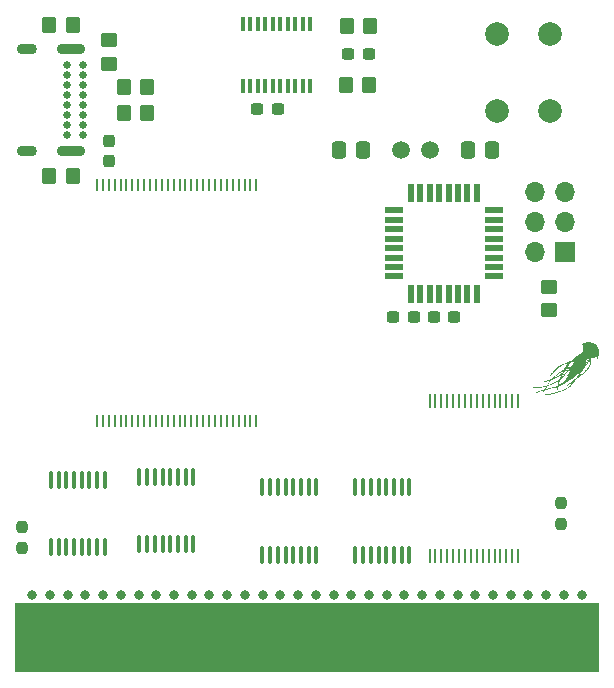
<source format=gbr>
%TF.GenerationSoftware,KiCad,Pcbnew,7.0.7*%
%TF.CreationDate,2023-11-15T05:14:33-06:00*%
%TF.ProjectId,GBA_Cartridge,4742415f-4361-4727-9472-696467652e6b,rev?*%
%TF.SameCoordinates,Original*%
%TF.FileFunction,Soldermask,Top*%
%TF.FilePolarity,Negative*%
%FSLAX46Y46*%
G04 Gerber Fmt 4.6, Leading zero omitted, Abs format (unit mm)*
G04 Created by KiCad (PCBNEW 7.0.7) date 2023-11-15 05:14:33*
%MOMM*%
%LPD*%
G01*
G04 APERTURE LIST*
G04 Aperture macros list*
%AMRoundRect*
0 Rectangle with rounded corners*
0 $1 Rounding radius*
0 $2 $3 $4 $5 $6 $7 $8 $9 X,Y pos of 4 corners*
0 Add a 4 corners polygon primitive as box body*
4,1,4,$2,$3,$4,$5,$6,$7,$8,$9,$2,$3,0*
0 Add four circle primitives for the rounded corners*
1,1,$1+$1,$2,$3*
1,1,$1+$1,$4,$5*
1,1,$1+$1,$6,$7*
1,1,$1+$1,$8,$9*
0 Add four rect primitives between the rounded corners*
20,1,$1+$1,$2,$3,$4,$5,0*
20,1,$1+$1,$4,$5,$6,$7,0*
20,1,$1+$1,$6,$7,$8,$9,0*
20,1,$1+$1,$8,$9,$2,$3,0*%
G04 Aperture macros list end*
%ADD10C,0.800000*%
%ADD11RoundRect,0.237500X-0.300000X-0.237500X0.300000X-0.237500X0.300000X0.237500X-0.300000X0.237500X0*%
%ADD12RoundRect,0.250000X0.350000X0.450000X-0.350000X0.450000X-0.350000X-0.450000X0.350000X-0.450000X0*%
%ADD13R,0.400000X1.200000*%
%ADD14RoundRect,0.250000X-0.450000X0.350000X-0.450000X-0.350000X0.450000X-0.350000X0.450000X0.350000X0*%
%ADD15R,0.250000X1.100000*%
%ADD16RoundRect,0.250000X0.337500X0.475000X-0.337500X0.475000X-0.337500X-0.475000X0.337500X-0.475000X0*%
%ADD17RoundRect,0.100000X0.100000X-0.637500X0.100000X0.637500X-0.100000X0.637500X-0.100000X-0.637500X0*%
%ADD18RoundRect,0.250000X-0.350000X-0.450000X0.350000X-0.450000X0.350000X0.450000X-0.350000X0.450000X0*%
%ADD19RoundRect,0.250000X0.450000X-0.350000X0.450000X0.350000X-0.450000X0.350000X-0.450000X-0.350000X0*%
%ADD20RoundRect,0.250000X-0.337500X-0.475000X0.337500X-0.475000X0.337500X0.475000X-0.337500X0.475000X0*%
%ADD21R,0.550000X1.600000*%
%ADD22R,1.600000X0.550000*%
%ADD23RoundRect,0.237500X0.237500X-0.250000X0.237500X0.250000X-0.237500X0.250000X-0.237500X-0.250000X0*%
%ADD24C,0.650000*%
%ADD25O,2.400000X0.900000*%
%ADD26O,1.700000X0.900000*%
%ADD27C,2.000000*%
%ADD28RoundRect,0.237500X0.300000X0.237500X-0.300000X0.237500X-0.300000X-0.237500X0.300000X-0.237500X0*%
%ADD29R,0.228600X1.193800*%
%ADD30RoundRect,0.237500X-0.237500X0.300000X-0.237500X-0.300000X0.237500X-0.300000X0.237500X0.300000X0*%
%ADD31C,1.500000*%
%ADD32R,1.700000X1.700000*%
%ADD33O,1.700000X1.700000*%
G04 APERTURE END LIST*
%TO.C,J1*%
G36*
X4240000Y-29730000D02*
G01*
X3240000Y-29730000D01*
X3240000Y-25030000D01*
X4240000Y-25030000D01*
X4240000Y-29730000D01*
G37*
G36*
X5740000Y-29730000D02*
G01*
X4740000Y-29730000D01*
X4740000Y-25030000D01*
X5740000Y-25030000D01*
X5740000Y-29730000D01*
G37*
G36*
X7240000Y-29730000D02*
G01*
X6240000Y-29730000D01*
X6240000Y-25030000D01*
X7240000Y-25030000D01*
X7240000Y-29730000D01*
G37*
G36*
X8740000Y-29730000D02*
G01*
X7740000Y-29730000D01*
X7740000Y-25030000D01*
X8740000Y-25030000D01*
X8740000Y-29730000D01*
G37*
G36*
X10240000Y-29730000D02*
G01*
X9240000Y-29730000D01*
X9240000Y-25030000D01*
X10240000Y-25030000D01*
X10240000Y-29730000D01*
G37*
G36*
X11740000Y-29730000D02*
G01*
X10740000Y-29730000D01*
X10740000Y-25030000D01*
X11740000Y-25030000D01*
X11740000Y-29730000D01*
G37*
G36*
X13240000Y-29730000D02*
G01*
X12240000Y-29730000D01*
X12240000Y-25030000D01*
X13240000Y-25030000D01*
X13240000Y-29730000D01*
G37*
G36*
X14740000Y-29730000D02*
G01*
X13740000Y-29730000D01*
X13740000Y-25030000D01*
X14740000Y-25030000D01*
X14740000Y-29730000D01*
G37*
G36*
X16240000Y-29730000D02*
G01*
X15240000Y-29730000D01*
X15240000Y-25030000D01*
X16240000Y-25030000D01*
X16240000Y-29730000D01*
G37*
G36*
X17740000Y-29730000D02*
G01*
X16740000Y-29730000D01*
X16740000Y-25030000D01*
X17740000Y-25030000D01*
X17740000Y-29730000D01*
G37*
G36*
X19240000Y-29730000D02*
G01*
X18240000Y-29730000D01*
X18240000Y-25030000D01*
X19240000Y-25030000D01*
X19240000Y-29730000D01*
G37*
G36*
X20740000Y-29730000D02*
G01*
X19740000Y-29730000D01*
X19740000Y-25030000D01*
X20740000Y-25030000D01*
X20740000Y-29730000D01*
G37*
G36*
X22240000Y-29730000D02*
G01*
X21240000Y-29730000D01*
X21240000Y-25030000D01*
X22240000Y-25030000D01*
X22240000Y-29730000D01*
G37*
G36*
X23740000Y-29730000D02*
G01*
X22740000Y-29730000D01*
X22740000Y-25030000D01*
X23740000Y-25030000D01*
X23740000Y-29730000D01*
G37*
G36*
X25240000Y-29730000D02*
G01*
X24240000Y-29730000D01*
X24240000Y-25030000D01*
X25240000Y-25030000D01*
X25240000Y-29730000D01*
G37*
G36*
X26740000Y-29730000D02*
G01*
X25740000Y-29730000D01*
X25740000Y-25030000D01*
X26740000Y-25030000D01*
X26740000Y-29730000D01*
G37*
G36*
X28240000Y-29730000D02*
G01*
X27240000Y-29730000D01*
X27240000Y-25030000D01*
X28240000Y-25030000D01*
X28240000Y-29730000D01*
G37*
G36*
X29740000Y-29730000D02*
G01*
X28740000Y-29730000D01*
X28740000Y-25030000D01*
X29740000Y-25030000D01*
X29740000Y-29730000D01*
G37*
G36*
X31240000Y-29730000D02*
G01*
X30240000Y-29730000D01*
X30240000Y-25030000D01*
X31240000Y-25030000D01*
X31240000Y-29730000D01*
G37*
G36*
X32740000Y-29730000D02*
G01*
X31740000Y-29730000D01*
X31740000Y-25030000D01*
X32740000Y-25030000D01*
X32740000Y-29730000D01*
G37*
G36*
X34240000Y-29730000D02*
G01*
X33240000Y-29730000D01*
X33240000Y-25030000D01*
X34240000Y-25030000D01*
X34240000Y-29730000D01*
G37*
G36*
X35740000Y-29730000D02*
G01*
X34740000Y-29730000D01*
X34740000Y-25030000D01*
X35740000Y-25030000D01*
X35740000Y-29730000D01*
G37*
G36*
X37240000Y-29730000D02*
G01*
X36240000Y-29730000D01*
X36240000Y-25030000D01*
X37240000Y-25030000D01*
X37240000Y-29730000D01*
G37*
G36*
X38740000Y-29730000D02*
G01*
X37740000Y-29730000D01*
X37740000Y-25030000D01*
X38740000Y-25030000D01*
X38740000Y-29730000D01*
G37*
G36*
X40240000Y-29730000D02*
G01*
X39240000Y-29730000D01*
X39240000Y-25030000D01*
X40240000Y-25030000D01*
X40240000Y-29730000D01*
G37*
G36*
X41740000Y-29730000D02*
G01*
X40740000Y-29730000D01*
X40740000Y-25030000D01*
X41740000Y-25030000D01*
X41740000Y-29730000D01*
G37*
G36*
X43240000Y-29730000D02*
G01*
X42240000Y-29730000D01*
X42240000Y-25030000D01*
X43240000Y-25030000D01*
X43240000Y-29730000D01*
G37*
G36*
X44740000Y-29730000D02*
G01*
X43740000Y-29730000D01*
X43740000Y-25030000D01*
X44740000Y-25030000D01*
X44740000Y-29730000D01*
G37*
G36*
X46240000Y-29730000D02*
G01*
X45240000Y-29730000D01*
X45240000Y-25030000D01*
X46240000Y-25030000D01*
X46240000Y-29730000D01*
G37*
G36*
X47740000Y-28230000D02*
G01*
X46740000Y-28230000D01*
X46740000Y-25030000D01*
X47740000Y-25030000D01*
X47740000Y-28230000D01*
G37*
G36*
X50228640Y-30800000D02*
G01*
X741360Y-30800000D01*
X741360Y-25030000D01*
X50228640Y-25030000D01*
X50228640Y-30800000D01*
G37*
G36*
X2740000Y-30030000D02*
G01*
X1740000Y-30030000D01*
X1240000Y-29530000D01*
X1240000Y-25030000D01*
X2740000Y-25030000D01*
X2740000Y-30030000D01*
G37*
G36*
X49740000Y-29530000D02*
G01*
X49240000Y-30030000D01*
X48240000Y-30030000D01*
X48240000Y-25030000D01*
X49740000Y-25030000D01*
X49740000Y-29530000D01*
G37*
%TO.C,COS1*%
G36*
X49338179Y-4318957D02*
G01*
X49337413Y-4327378D01*
X49319704Y-4348575D01*
X49312936Y-4351855D01*
X49299931Y-4348037D01*
X49300697Y-4339616D01*
X49318406Y-4318419D01*
X49325174Y-4315139D01*
X49338179Y-4318957D01*
G37*
G36*
X49209164Y-4526653D02*
G01*
X49207354Y-4541584D01*
X49195838Y-4556620D01*
X49170813Y-4576264D01*
X49159011Y-4572477D01*
X49158207Y-4565992D01*
X49167316Y-4547900D01*
X49186882Y-4531195D01*
X49205267Y-4524862D01*
X49209164Y-4526653D01*
G37*
G36*
X49268167Y-4459710D02*
G01*
X49263809Y-4479113D01*
X49253317Y-4491548D01*
X49230727Y-4506915D01*
X49217922Y-4503243D01*
X49219651Y-4486208D01*
X49227057Y-4463911D01*
X49228141Y-4458234D01*
X49239560Y-4453032D01*
X49249121Y-4452385D01*
X49268167Y-4459710D01*
G37*
G36*
X49155987Y-4596070D02*
G01*
X49158207Y-4605269D01*
X49150369Y-4628521D01*
X49131333Y-4660538D01*
X49107812Y-4691948D01*
X49086521Y-4713377D01*
X49077783Y-4717542D01*
X49063616Y-4706392D01*
X49060300Y-4690160D01*
X49066281Y-4667434D01*
X49074586Y-4662186D01*
X49090264Y-4650844D01*
X49104805Y-4627220D01*
X49122009Y-4603525D01*
X49141897Y-4591980D01*
X49155987Y-4596070D01*
G37*
G36*
X49368292Y-2925064D02*
G01*
X49461933Y-2926188D01*
X49534475Y-2928949D01*
X49592793Y-2934828D01*
X49643761Y-2945307D01*
X49694255Y-2961867D01*
X49751147Y-2985989D01*
X49821314Y-3019156D01*
X49834496Y-3025529D01*
X49937682Y-3085211D01*
X50019224Y-3155877D01*
X50084970Y-3243335D01*
X50121213Y-3310295D01*
X50146498Y-3366116D01*
X50165099Y-3417502D01*
X50177985Y-3470407D01*
X50186125Y-3530787D01*
X50190486Y-3604595D01*
X50192038Y-3697787D01*
X50192081Y-3746052D01*
X50191140Y-3842332D01*
X50187869Y-3918973D01*
X50180923Y-3984291D01*
X50168952Y-4046602D01*
X50150610Y-4114224D01*
X50124549Y-4195474D01*
X50114371Y-4225675D01*
X50097615Y-4269089D01*
X50082627Y-4290702D01*
X50065178Y-4296037D01*
X50060824Y-4295609D01*
X50043168Y-4288093D01*
X50032673Y-4267340D01*
X50026168Y-4226470D01*
X50025388Y-4218671D01*
X50018394Y-4145804D01*
X49941467Y-4185166D01*
X49905569Y-4202677D01*
X49875310Y-4213694D01*
X49842961Y-4219330D01*
X49800796Y-4220700D01*
X49741087Y-4218917D01*
X49715151Y-4217779D01*
X49565763Y-4211029D01*
X49557788Y-4258276D01*
X49541707Y-4359568D01*
X49531055Y-4443803D01*
X49524886Y-4521160D01*
X49522253Y-4601820D01*
X49521969Y-4643878D01*
X49520901Y-4707222D01*
X49518083Y-4759682D01*
X49513962Y-4795298D01*
X49509683Y-4807931D01*
X49498626Y-4825763D01*
X49488946Y-4858252D01*
X49488826Y-4858845D01*
X49473248Y-4902516D01*
X49452052Y-4937949D01*
X49432381Y-4968111D01*
X49423961Y-4991246D01*
X49423956Y-4991583D01*
X49414456Y-5010557D01*
X49390034Y-5040203D01*
X49368203Y-5062328D01*
X49333404Y-5100703D01*
X49306560Y-5139911D01*
X49298208Y-5157919D01*
X49282599Y-5184995D01*
X49251351Y-5225238D01*
X49209313Y-5272765D01*
X49170842Y-5312406D01*
X49124185Y-5359461D01*
X49084407Y-5401386D01*
X49056168Y-5433159D01*
X49044744Y-5448379D01*
X49029466Y-5465687D01*
X48996845Y-5495904D01*
X48951089Y-5535634D01*
X48896405Y-5581481D01*
X48837002Y-5630050D01*
X48777088Y-5677945D01*
X48720871Y-5721770D01*
X48672559Y-5758129D01*
X48636360Y-5783627D01*
X48616483Y-5794867D01*
X48615056Y-5795116D01*
X48599381Y-5804402D01*
X48573347Y-5827685D01*
X48562889Y-5838325D01*
X48525519Y-5872071D01*
X48486252Y-5899673D01*
X48479848Y-5903205D01*
X48440058Y-5927535D01*
X48398767Y-5958087D01*
X48394794Y-5961400D01*
X48356387Y-5993447D01*
X48319836Y-6023194D01*
X48316440Y-6025898D01*
X48292832Y-6049253D01*
X48258648Y-6088783D01*
X48219493Y-6137847D01*
X48198406Y-6165766D01*
X48158739Y-6218296D01*
X48121186Y-6266137D01*
X48091417Y-6302143D01*
X48080944Y-6313768D01*
X48052674Y-6345901D01*
X48017954Y-6388972D01*
X47997304Y-6416148D01*
X47946161Y-6480650D01*
X47887140Y-6547422D01*
X47823984Y-6613006D01*
X47760436Y-6673941D01*
X47700239Y-6726768D01*
X47647137Y-6768027D01*
X47604871Y-6794258D01*
X47579657Y-6802164D01*
X47564133Y-6808876D01*
X47529058Y-6827358D01*
X47478952Y-6855129D01*
X47418336Y-6889709D01*
X47387611Y-6907544D01*
X47319834Y-6946079D01*
X47256571Y-6980194D01*
X47203582Y-7006913D01*
X47166627Y-7023262D01*
X47158097Y-7026106D01*
X47122139Y-7035332D01*
X47068480Y-7048562D01*
X47006660Y-7063457D01*
X46983262Y-7069007D01*
X46921918Y-7084490D01*
X46866314Y-7100289D01*
X46825471Y-7113775D01*
X46815421Y-7117873D01*
X46739624Y-7148712D01*
X46642250Y-7182633D01*
X46529295Y-7218003D01*
X46406756Y-7253189D01*
X46280628Y-7286558D01*
X46156908Y-7316475D01*
X46041593Y-7341308D01*
X45940677Y-7359422D01*
X45914957Y-7363186D01*
X45843524Y-7373708D01*
X45763341Y-7386611D01*
X45699691Y-7397685D01*
X45635291Y-7409087D01*
X45592866Y-7415274D01*
X45566979Y-7416616D01*
X45552195Y-7413485D01*
X45544955Y-7408258D01*
X45536973Y-7388610D01*
X45536678Y-7363376D01*
X45543788Y-7347373D01*
X45546120Y-7346579D01*
X45568004Y-7342607D01*
X45577590Y-7340409D01*
X45630717Y-7329336D01*
X45698395Y-7317786D01*
X45771542Y-7307032D01*
X45841074Y-7298350D01*
X45897908Y-7293015D01*
X45922895Y-7291946D01*
X46000953Y-7285469D01*
X46097268Y-7267366D01*
X46205301Y-7238953D01*
X46241963Y-7227681D01*
X46290387Y-7212648D01*
X46353011Y-7193721D01*
X46417149Y-7174730D01*
X46423791Y-7172790D01*
X46488541Y-7153089D01*
X46566565Y-7128145D01*
X46644810Y-7102166D01*
X46675553Y-7091628D01*
X46743730Y-7069018D01*
X46811561Y-7048296D01*
X46868889Y-7032490D01*
X46892348Y-7026972D01*
X46997952Y-7000074D01*
X47104770Y-6964464D01*
X47202222Y-6923977D01*
X47262998Y-6892603D01*
X47323512Y-6859024D01*
X47390840Y-6823926D01*
X47432860Y-6803296D01*
X47492810Y-6771685D01*
X47558409Y-6731658D01*
X47625347Y-6686504D01*
X47689317Y-6639512D01*
X47746009Y-6593972D01*
X47791114Y-6553171D01*
X47820325Y-6520399D01*
X47829463Y-6500557D01*
X47840531Y-6479438D01*
X47857436Y-6466482D01*
X47879657Y-6447604D01*
X47885410Y-6433798D01*
X47894669Y-6416219D01*
X47919305Y-6384988D01*
X47954606Y-6345917D01*
X47967210Y-6332886D01*
X48007810Y-6289750D01*
X48042137Y-6249953D01*
X48064034Y-6220718D01*
X48066736Y-6216111D01*
X48084462Y-6182536D01*
X48043138Y-6211962D01*
X48009805Y-6238151D01*
X47984808Y-6261914D01*
X47983645Y-6263278D01*
X47958921Y-6283983D01*
X47922739Y-6305398D01*
X47918500Y-6307462D01*
X47880887Y-6330037D01*
X47836402Y-6363227D01*
X47812036Y-6384131D01*
X47777268Y-6413711D01*
X47749444Y-6433461D01*
X47737688Y-6438508D01*
X47720427Y-6448812D01*
X47696576Y-6474289D01*
X47691188Y-6481305D01*
X47656424Y-6518905D01*
X47616253Y-6550492D01*
X47615127Y-6551186D01*
X47577261Y-6568986D01*
X47541354Y-6577593D01*
X47515588Y-6575887D01*
X47507767Y-6565877D01*
X47517888Y-6547310D01*
X47545003Y-6515892D01*
X47584243Y-6476219D01*
X47630734Y-6432887D01*
X47679607Y-6390492D01*
X47725989Y-6353629D01*
X47753061Y-6334438D01*
X47810619Y-6294091D01*
X47872872Y-6246986D01*
X47913435Y-6214090D01*
X47956303Y-6180023D01*
X47995117Y-6153063D01*
X48021571Y-6138970D01*
X48021832Y-6138886D01*
X48046184Y-6126711D01*
X48053251Y-6116896D01*
X48064464Y-6104196D01*
X48093655Y-6083145D01*
X48128690Y-6061717D01*
X48217275Y-6000781D01*
X48281799Y-5931989D01*
X48321727Y-5861553D01*
X48337206Y-5829534D01*
X48439873Y-5829534D01*
X48442957Y-5834045D01*
X48465563Y-5821500D01*
X48489717Y-5805312D01*
X48532816Y-5772728D01*
X48574685Y-5736894D01*
X48576911Y-5734813D01*
X48606641Y-5709499D01*
X48651754Y-5674212D01*
X48704603Y-5634858D01*
X48730524Y-5616220D01*
X48773040Y-5583322D01*
X48825925Y-5538255D01*
X48885773Y-5484371D01*
X48949183Y-5425023D01*
X49012750Y-5363564D01*
X49073070Y-5303346D01*
X49126740Y-5247722D01*
X49170357Y-5200045D01*
X49200516Y-5163667D01*
X49213814Y-5141941D01*
X49214154Y-5139831D01*
X49223000Y-5123588D01*
X49245932Y-5094308D01*
X49270919Y-5066074D01*
X49307488Y-5022902D01*
X49339644Y-4978645D01*
X49353366Y-4955909D01*
X49387236Y-4891342D01*
X49411589Y-4842555D01*
X49428196Y-4802640D01*
X49438832Y-4764691D01*
X49445268Y-4721800D01*
X49449277Y-4667062D01*
X49452633Y-4593570D01*
X49453888Y-4564279D01*
X49457725Y-4487234D01*
X49462063Y-4418475D01*
X49466478Y-4363608D01*
X49470549Y-4328235D01*
X49472355Y-4319510D01*
X49470795Y-4318754D01*
X49459282Y-4339333D01*
X49439912Y-4377339D01*
X49424706Y-4408291D01*
X49399861Y-4460740D01*
X49380549Y-4503950D01*
X49369538Y-4531611D01*
X49368009Y-4537669D01*
X49357602Y-4550110D01*
X49355484Y-4550292D01*
X49341594Y-4561959D01*
X49323707Y-4590446D01*
X49306513Y-4625984D01*
X49294703Y-4658803D01*
X49292970Y-4679135D01*
X49293307Y-4679775D01*
X49287104Y-4694083D01*
X49264217Y-4723176D01*
X49228358Y-4762694D01*
X49187446Y-4804171D01*
X49136961Y-4855573D01*
X49090251Y-4906666D01*
X49053422Y-4950583D01*
X49036247Y-4974226D01*
X49007363Y-5015806D01*
X48968662Y-5066731D01*
X48931699Y-5112156D01*
X48899128Y-5152253D01*
X48875249Y-5184815D01*
X48864648Y-5203530D01*
X48864485Y-5204643D01*
X48856409Y-5222513D01*
X48835883Y-5253082D01*
X48822082Y-5271169D01*
X48789486Y-5317784D01*
X48760363Y-5368380D01*
X48754058Y-5381489D01*
X48734361Y-5417690D01*
X48702673Y-5467767D01*
X48664270Y-5523587D01*
X48642607Y-5553244D01*
X48606709Y-5602459D01*
X48578185Y-5643860D01*
X48560624Y-5672098D01*
X48556775Y-5681109D01*
X48548034Y-5697395D01*
X48525106Y-5727591D01*
X48492930Y-5765195D01*
X48492539Y-5765630D01*
X48456379Y-5807038D01*
X48439873Y-5829534D01*
X48337206Y-5829534D01*
X48339891Y-5823981D01*
X48355255Y-5799896D01*
X48361398Y-5795116D01*
X48374426Y-5784369D01*
X48399348Y-5755503D01*
X48432402Y-5713581D01*
X48469826Y-5663667D01*
X48507859Y-5610822D01*
X48542737Y-5560112D01*
X48570699Y-5516598D01*
X48579642Y-5501394D01*
X48615125Y-5438453D01*
X48564782Y-5490903D01*
X48534372Y-5520627D01*
X48511311Y-5539637D01*
X48503832Y-5543354D01*
X48488860Y-5552150D01*
X48459965Y-5575172D01*
X48424670Y-5606294D01*
X48388680Y-5638237D01*
X48360870Y-5660889D01*
X48347513Y-5669235D01*
X48334640Y-5679116D01*
X48310119Y-5704716D01*
X48286299Y-5732175D01*
X48255080Y-5766155D01*
X48228695Y-5789009D01*
X48216020Y-5795116D01*
X48195909Y-5804511D01*
X48167314Y-5827955D01*
X48158152Y-5837076D01*
X48125903Y-5863913D01*
X48095554Y-5878625D01*
X48089098Y-5879544D01*
X48062781Y-5891799D01*
X48037051Y-5929173D01*
X48032271Y-5938826D01*
X48008323Y-5979282D01*
X47981323Y-6000010D01*
X47960444Y-6006159D01*
X47918401Y-6020539D01*
X47875699Y-6043873D01*
X47873037Y-6045729D01*
X47836760Y-6064929D01*
X47806889Y-6069407D01*
X47804446Y-6068797D01*
X47782409Y-6072867D01*
X47742832Y-6094157D01*
X47684640Y-6133313D01*
X47626105Y-6176323D01*
X47566620Y-6220499D01*
X47512136Y-6259816D01*
X47468024Y-6290476D01*
X47439655Y-6308682D01*
X47436311Y-6310511D01*
X47405805Y-6328895D01*
X47363426Y-6357745D01*
X47326050Y-6385063D01*
X47277465Y-6419793D01*
X47228256Y-6451755D01*
X47198123Y-6469126D01*
X47162986Y-6489350D01*
X47139567Y-6506344D01*
X47135847Y-6510496D01*
X47120617Y-6521179D01*
X47085541Y-6540378D01*
X47036360Y-6565302D01*
X46978813Y-6593155D01*
X46918642Y-6621144D01*
X46861585Y-6646475D01*
X46825251Y-6661662D01*
X46778754Y-6694345D01*
X46747956Y-6744229D01*
X46738493Y-6794666D01*
X46733571Y-6832409D01*
X46725816Y-6854805D01*
X46714309Y-6883343D01*
X46701061Y-6924930D01*
X46697281Y-6938536D01*
X46683004Y-6978366D01*
X46665633Y-6995852D01*
X46653572Y-6997979D01*
X46626895Y-6989196D01*
X46616654Y-6961791D01*
X46622667Y-6914182D01*
X46638066Y-6863314D01*
X46659378Y-6796494D01*
X46668202Y-6752321D01*
X46664521Y-6728402D01*
X46648317Y-6722345D01*
X46637089Y-6724761D01*
X46603741Y-6733572D01*
X46558292Y-6743813D01*
X46542678Y-6747003D01*
X46488359Y-6758705D01*
X46433812Y-6771844D01*
X46423791Y-6774472D01*
X46376089Y-6785736D01*
X46318391Y-6797325D01*
X46290916Y-6802157D01*
X46178007Y-6822933D01*
X46080283Y-6845245D01*
X46039154Y-6856585D01*
X46002310Y-6867318D01*
X45948790Y-6882627D01*
X45888866Y-6899581D01*
X45875829Y-6903244D01*
X45822406Y-6919060D01*
X45779612Y-6933272D01*
X45754442Y-6943500D01*
X45751113Y-6945675D01*
X45730729Y-6953260D01*
X45701003Y-6956019D01*
X45658517Y-6967928D01*
X45636897Y-6985991D01*
X45608568Y-7017822D01*
X45588080Y-7038053D01*
X45568794Y-7061418D01*
X45563604Y-7075577D01*
X45551988Y-7100946D01*
X45524110Y-7126808D01*
X45490420Y-7145356D01*
X45464664Y-7149490D01*
X45435773Y-7139249D01*
X45430621Y-7119376D01*
X45449404Y-7088263D01*
X45475475Y-7060328D01*
X45528637Y-7008055D01*
X45486676Y-7017599D01*
X45445793Y-7026745D01*
X45395844Y-7037725D01*
X45382352Y-7040658D01*
X45341565Y-7051749D01*
X45312207Y-7063781D01*
X45306124Y-7068037D01*
X45281497Y-7079854D01*
X45263587Y-7082375D01*
X45233351Y-7088627D01*
X45192519Y-7103683D01*
X45178967Y-7109874D01*
X45139883Y-7126770D01*
X45108903Y-7136763D01*
X45102040Y-7137818D01*
X45074793Y-7146584D01*
X45053909Y-7159272D01*
X45024823Y-7175477D01*
X45006987Y-7179808D01*
X44984092Y-7185775D01*
X44946376Y-7201114D01*
X44917597Y-7214775D01*
X44864210Y-7239190D01*
X44829298Y-7248558D01*
X44808309Y-7243712D01*
X44801502Y-7236044D01*
X44799964Y-7209871D01*
X44823277Y-7181113D01*
X44868803Y-7152351D01*
X44902246Y-7137508D01*
X44957801Y-7115110D01*
X45013233Y-7092044D01*
X45041754Y-7079775D01*
X45089905Y-7061630D01*
X45148716Y-7043527D01*
X45182013Y-7034945D01*
X45235121Y-7020440D01*
X45283909Y-7003622D01*
X45307018Y-6993480D01*
X45341508Y-6978970D01*
X45392940Y-6961161D01*
X45451119Y-6943543D01*
X45460481Y-6940946D01*
X45515236Y-6925932D01*
X45561653Y-6913137D01*
X45591392Y-6904862D01*
X45595074Y-6903818D01*
X45615770Y-6892805D01*
X45619551Y-6885933D01*
X45628279Y-6869686D01*
X45641721Y-6852937D01*
X45755584Y-6852937D01*
X45756799Y-6858005D01*
X45774135Y-6854138D01*
X45810324Y-6844104D01*
X45857326Y-6830138D01*
X45911504Y-6815605D01*
X45961680Y-6805516D01*
X45992872Y-6802271D01*
X46026142Y-6798646D01*
X46044983Y-6790030D01*
X46045235Y-6789655D01*
X46062987Y-6779770D01*
X46097022Y-6771244D01*
X46105504Y-6769932D01*
X46138826Y-6763614D01*
X46192118Y-6751533D01*
X46258379Y-6735352D01*
X46330608Y-6716735D01*
X46339870Y-6714276D01*
X46411956Y-6695384D01*
X46478537Y-6678503D01*
X46532760Y-6665332D01*
X46567769Y-6657571D01*
X46570652Y-6657030D01*
X46630051Y-6639384D01*
X46676690Y-6612140D01*
X46704845Y-6579394D01*
X46710520Y-6557029D01*
X46713330Y-6536204D01*
X46799483Y-6536204D01*
X46849412Y-6506442D01*
X46888629Y-6483617D01*
X46940085Y-6454378D01*
X46983829Y-6429948D01*
X47034448Y-6398947D01*
X47080961Y-6365417D01*
X47108830Y-6340928D01*
X47139244Y-6314306D01*
X47165544Y-6299636D01*
X47171210Y-6298640D01*
X47196807Y-6287561D01*
X47238170Y-6254881D01*
X47294362Y-6201440D01*
X47364445Y-6128074D01*
X47375123Y-6116466D01*
X47418714Y-6071488D01*
X47463848Y-6029016D01*
X47498472Y-6000055D01*
X47528500Y-5975918D01*
X47545273Y-5959160D01*
X47546649Y-5955217D01*
X47531707Y-5956363D01*
X47499617Y-5965007D01*
X47480959Y-5971116D01*
X47443415Y-5982160D01*
X47418136Y-5986085D01*
X47413173Y-5984920D01*
X47413808Y-5968015D01*
X47430860Y-5940806D01*
X47458684Y-5910192D01*
X47491639Y-5883071D01*
X47501803Y-5876576D01*
X47535643Y-5849545D01*
X47549656Y-5822559D01*
X47549727Y-5820788D01*
X47556383Y-5784971D01*
X47563752Y-5767072D01*
X47570168Y-5740473D01*
X47563752Y-5732199D01*
X47549815Y-5711434D01*
X47560209Y-5684922D01*
X47593098Y-5656805D01*
X47598681Y-5653395D01*
X47635635Y-5623851D01*
X47647629Y-5592219D01*
X47647634Y-5591444D01*
X47653089Y-5557259D01*
X47666974Y-5511112D01*
X47685571Y-5462636D01*
X47700837Y-5430549D01*
X48616152Y-5430549D01*
X48618065Y-5431460D01*
X48630829Y-5421613D01*
X48633703Y-5417473D01*
X48637267Y-5404397D01*
X48635354Y-5403486D01*
X48622589Y-5413332D01*
X48619716Y-5417473D01*
X48616152Y-5430549D01*
X47700837Y-5430549D01*
X47705161Y-5421461D01*
X47722025Y-5397221D01*
X47722898Y-5396493D01*
X47733108Y-5382506D01*
X48640696Y-5382506D01*
X48647689Y-5389499D01*
X48654683Y-5382506D01*
X48647689Y-5375512D01*
X48640696Y-5382506D01*
X47733108Y-5382506D01*
X47740604Y-5372236D01*
X47748799Y-5351036D01*
X47750895Y-5329232D01*
X47736952Y-5320735D01*
X47712762Y-5319513D01*
X47668615Y-5319461D01*
X47713312Y-5292207D01*
X47769072Y-5243740D01*
X47802541Y-5178934D01*
X47807369Y-5161082D01*
X47816577Y-5121487D01*
X47763576Y-5160816D01*
X47723073Y-5193392D01*
X47686658Y-5226702D01*
X47678296Y-5235379D01*
X47624829Y-5294163D01*
X47587932Y-5335941D01*
X47564910Y-5363994D01*
X47553072Y-5381601D01*
X47549727Y-5392039D01*
X47540253Y-5412452D01*
X47513875Y-5448577D01*
X47473655Y-5496538D01*
X47424648Y-5550347D01*
X47391357Y-5591783D01*
X47362856Y-5636930D01*
X47360621Y-5641261D01*
X47340000Y-5675919D01*
X47320304Y-5699076D01*
X47317050Y-5701400D01*
X47299867Y-5720783D01*
X47297821Y-5729374D01*
X47288673Y-5747157D01*
X47264723Y-5778236D01*
X47230981Y-5816161D01*
X47227887Y-5819425D01*
X47193665Y-5857059D01*
X47168777Y-5887686D01*
X47158180Y-5905165D01*
X47158097Y-5905900D01*
X47146650Y-5920629D01*
X47133150Y-5927030D01*
X47109231Y-5943983D01*
X47084907Y-5974446D01*
X47083363Y-5976998D01*
X47052531Y-6013748D01*
X47014737Y-6041691D01*
X46969209Y-6072031D01*
X46935763Y-6112775D01*
X46909048Y-6171280D01*
X46899362Y-6200295D01*
X46883983Y-6245371D01*
X46869687Y-6280327D01*
X46862217Y-6293788D01*
X46845050Y-6326793D01*
X46828055Y-6379654D01*
X46813640Y-6444343D01*
X46809411Y-6469872D01*
X46799483Y-6536204D01*
X46713330Y-6536204D01*
X46715140Y-6522785D01*
X46727188Y-6471741D01*
X46743942Y-6413164D01*
X46762682Y-6356322D01*
X46780687Y-6310482D01*
X46786370Y-6298640D01*
X46802153Y-6259116D01*
X46813475Y-6216511D01*
X46817566Y-6186455D01*
X46812780Y-6179055D01*
X46803852Y-6184740D01*
X46779950Y-6200529D01*
X46735687Y-6226117D01*
X46675837Y-6259032D01*
X46605179Y-6296801D01*
X46528486Y-6336950D01*
X46450537Y-6377008D01*
X46376107Y-6414502D01*
X46309972Y-6446959D01*
X46256909Y-6471907D01*
X46221694Y-6486872D01*
X46217161Y-6488467D01*
X46169766Y-6505804D01*
X46108385Y-6530663D01*
X46044245Y-6558450D01*
X46026708Y-6566410D01*
X45973268Y-6590171D01*
X45928544Y-6608588D01*
X45899200Y-6618982D01*
X45892505Y-6620336D01*
X45870672Y-6629904D01*
X45853935Y-6644813D01*
X45838509Y-6667664D01*
X45818560Y-6704327D01*
X45797191Y-6747994D01*
X45777504Y-6791857D01*
X45762601Y-6829108D01*
X45755584Y-6852937D01*
X45641721Y-6852937D01*
X45650024Y-6842591D01*
X45658014Y-6833778D01*
X45683827Y-6801224D01*
X45708937Y-6761883D01*
X45729239Y-6723407D01*
X45740624Y-6693451D01*
X45740288Y-6680464D01*
X45724718Y-6680743D01*
X45689298Y-6687254D01*
X45641103Y-6698649D01*
X45631290Y-6701201D01*
X45470879Y-6741016D01*
X45330724Y-6770077D01*
X45205593Y-6789157D01*
X45090253Y-6799026D01*
X44979472Y-6800458D01*
X44962005Y-6799962D01*
X44882734Y-6796120D01*
X44823339Y-6789934D01*
X44775743Y-6780093D01*
X44731868Y-6765284D01*
X44720900Y-6760806D01*
X44670639Y-6736722D01*
X44645790Y-6715980D01*
X44644463Y-6695847D01*
X44662077Y-6675768D01*
X44678197Y-6667846D01*
X44701632Y-6669242D01*
X44739083Y-6681109D01*
X44774248Y-6695036D01*
X44823864Y-6713528D01*
X44869063Y-6724763D01*
X44920032Y-6730407D01*
X44986956Y-6732130D01*
X45000912Y-6732153D01*
X45066046Y-6730787D01*
X45126113Y-6727196D01*
X45171869Y-6722027D01*
X45185960Y-6719195D01*
X45234520Y-6708539D01*
X45286806Y-6699942D01*
X45290861Y-6699426D01*
X45393379Y-6682874D01*
X45503631Y-6658632D01*
X45597790Y-6632504D01*
X45647432Y-6618454D01*
X45690507Y-6608960D01*
X45712523Y-6606349D01*
X45749495Y-6600708D01*
X45785351Y-6586886D01*
X45810055Y-6569539D01*
X45815379Y-6558647D01*
X45819671Y-6544875D01*
X45902936Y-6544875D01*
X45903465Y-6550402D01*
X45917597Y-6544923D01*
X45948556Y-6530954D01*
X45970090Y-6520825D01*
X46011316Y-6499666D01*
X46044075Y-6480224D01*
X46053141Y-6473639D01*
X46079701Y-6458431D01*
X46119383Y-6442702D01*
X46130068Y-6439315D01*
X46167396Y-6425740D01*
X46220790Y-6403296D01*
X46281381Y-6375793D01*
X46311897Y-6361193D01*
X46370188Y-6333866D01*
X46423267Y-6310946D01*
X46463434Y-6295669D01*
X46477433Y-6291655D01*
X46516321Y-6275207D01*
X46547367Y-6251065D01*
X46578495Y-6225054D01*
X46621680Y-6197318D01*
X46640586Y-6187176D01*
X46685217Y-6163473D01*
X46741233Y-6131792D01*
X46795365Y-6099681D01*
X46843839Y-6068520D01*
X46873985Y-6043369D01*
X46892242Y-6017234D01*
X46905052Y-5983124D01*
X46906176Y-5979362D01*
X46914519Y-5955964D01*
X46990256Y-5955964D01*
X46997249Y-5962957D01*
X47004242Y-5955964D01*
X46997249Y-5948971D01*
X46990256Y-5955964D01*
X46914519Y-5955964D01*
X46922276Y-5934210D01*
X46926519Y-5924145D01*
X47018229Y-5924145D01*
X47019429Y-5945092D01*
X47027093Y-5942040D01*
X47038764Y-5927167D01*
X47054876Y-5902049D01*
X47059745Y-5889159D01*
X47069108Y-5874173D01*
X47092965Y-5846297D01*
X47119633Y-5818245D01*
X47182918Y-5752501D01*
X47236491Y-5693289D01*
X47277647Y-5643846D01*
X47303682Y-5607408D01*
X47311952Y-5588139D01*
X47320467Y-5566195D01*
X47342148Y-5533154D01*
X47357409Y-5513890D01*
X47410334Y-5450463D01*
X47446730Y-5404885D01*
X47468790Y-5374222D01*
X47478705Y-5355537D01*
X47479793Y-5349909D01*
X47490113Y-5331345D01*
X47508404Y-5315099D01*
X47532670Y-5291606D01*
X47561935Y-5254608D01*
X47575980Y-5233881D01*
X47639426Y-5151479D01*
X47710575Y-5088708D01*
X47738549Y-5067735D01*
X47710575Y-5076114D01*
X47640601Y-5101991D01*
X47571442Y-5136062D01*
X47509807Y-5174228D01*
X47462407Y-5212386D01*
X47437714Y-5242860D01*
X47414203Y-5274253D01*
X47379731Y-5307619D01*
X47371209Y-5314433D01*
X47333994Y-5348136D01*
X47303181Y-5384754D01*
X47298978Y-5391195D01*
X47275283Y-5424470D01*
X47241108Y-5466080D01*
X47218068Y-5491713D01*
X47185096Y-5530702D01*
X47159957Y-5567331D01*
X47150909Y-5586048D01*
X47139484Y-5616766D01*
X47120688Y-5662132D01*
X47102218Y-5704202D01*
X47068946Y-5778424D01*
X47045711Y-5831835D01*
X47030771Y-5868997D01*
X47022382Y-5894471D01*
X47018805Y-5912821D01*
X47018229Y-5924145D01*
X46926519Y-5924145D01*
X46946550Y-5876624D01*
X46973856Y-5818772D01*
X46974927Y-5816648D01*
X47001371Y-5762571D01*
X47024621Y-5711913D01*
X47040025Y-5674847D01*
X47040959Y-5672266D01*
X47057213Y-5626344D01*
X46999257Y-5672772D01*
X46957086Y-5705689D01*
X46914347Y-5736881D01*
X46867332Y-5768652D01*
X46812327Y-5803306D01*
X46745621Y-5843146D01*
X46663503Y-5890477D01*
X46562262Y-5947603D01*
X46504679Y-5979796D01*
X46457452Y-6002812D01*
X46394395Y-6029108D01*
X46326546Y-6054183D01*
X46301870Y-6062435D01*
X46236506Y-6084918D01*
X46190624Y-6105027D01*
X46156527Y-6127002D01*
X46126519Y-6155082D01*
X46119215Y-6163039D01*
X46087118Y-6200928D01*
X46061843Y-6234726D01*
X46052727Y-6249686D01*
X46039292Y-6275504D01*
X46016857Y-6317016D01*
X45990125Y-6365525D01*
X45988428Y-6368574D01*
X45957233Y-6426425D01*
X45931017Y-6478450D01*
X45912133Y-6519612D01*
X45902936Y-6544875D01*
X45819671Y-6544875D01*
X45821833Y-6537937D01*
X45839201Y-6498644D01*
X45864510Y-6446470D01*
X45894792Y-6387120D01*
X45927076Y-6326294D01*
X45958391Y-6269697D01*
X45985768Y-6223031D01*
X46006237Y-6191998D01*
X46006589Y-6191532D01*
X46028689Y-6160907D01*
X46033967Y-6147889D01*
X46023519Y-6148604D01*
X46018174Y-6150637D01*
X45988459Y-6160855D01*
X45944503Y-6174105D01*
X45920267Y-6180881D01*
X45779763Y-6229233D01*
X45695929Y-6267027D01*
X45648666Y-6282164D01*
X45613844Y-6277016D01*
X45595373Y-6252388D01*
X45594101Y-6246047D01*
X45596939Y-6221295D01*
X45616865Y-6214720D01*
X45648665Y-6204521D01*
X45661511Y-6193739D01*
X45688096Y-6175832D01*
X45703319Y-6172759D01*
X45729936Y-6167818D01*
X45770795Y-6155212D01*
X45796017Y-6145890D01*
X45842325Y-6128774D01*
X45899587Y-6109188D01*
X45961072Y-6089237D01*
X46020048Y-6071022D01*
X46069783Y-6056649D01*
X46103546Y-6048219D01*
X46112882Y-6046878D01*
X46130481Y-6037624D01*
X46160462Y-6013492D01*
X46172951Y-6001777D01*
X46278810Y-6001777D01*
X46282395Y-6003830D01*
X46284944Y-6002689D01*
X46302443Y-5994319D01*
X46339071Y-5976804D01*
X46388720Y-5953067D01*
X46423791Y-5936300D01*
X46477770Y-5909856D01*
X46521678Y-5887146D01*
X46549722Y-5871232D01*
X46556665Y-5866036D01*
X46575489Y-5851030D01*
X46612848Y-5829257D01*
X46661466Y-5804734D01*
X46696533Y-5788843D01*
X46761588Y-5755981D01*
X46817711Y-5714959D01*
X46827846Y-5706209D01*
X46864262Y-5675982D01*
X46908199Y-5642060D01*
X46953505Y-5608860D01*
X46994028Y-5580800D01*
X47023618Y-5562297D01*
X47035154Y-5557341D01*
X47055531Y-5545933D01*
X47083256Y-5516332D01*
X47113374Y-5475468D01*
X47140934Y-5430272D01*
X47160984Y-5387675D01*
X47165068Y-5375512D01*
X47170081Y-5352509D01*
X47163445Y-5352238D01*
X47156872Y-5358029D01*
X47127705Y-5373434D01*
X47113936Y-5375512D01*
X47090703Y-5385796D01*
X47061382Y-5411649D01*
X47050296Y-5424466D01*
X47021798Y-5454336D01*
X46996235Y-5471665D01*
X46988927Y-5473420D01*
X46963551Y-5483127D01*
X46940257Y-5502548D01*
X46908873Y-5528116D01*
X46868495Y-5550618D01*
X46865780Y-5551781D01*
X46828834Y-5571769D01*
X46802359Y-5593952D01*
X46800532Y-5596344D01*
X46783039Y-5612846D01*
X46746968Y-5641111D01*
X46697128Y-5677550D01*
X46638327Y-5718574D01*
X46620806Y-5730465D01*
X46574165Y-5763104D01*
X46521747Y-5801691D01*
X46466997Y-5843434D01*
X46413359Y-5885541D01*
X46364277Y-5925220D01*
X46323195Y-5959680D01*
X46293558Y-5986130D01*
X46278810Y-6001777D01*
X46172951Y-6001777D01*
X46192443Y-5983494D01*
X46235171Y-5940982D01*
X46277948Y-5898634D01*
X46301663Y-5875288D01*
X46333975Y-5847024D01*
X46381384Y-5809674D01*
X46435672Y-5769615D01*
X46458792Y-5753347D01*
X46564077Y-5680353D01*
X46649096Y-5621104D01*
X46716685Y-5573570D01*
X46769677Y-5535720D01*
X46810907Y-5505523D01*
X46843211Y-5480949D01*
X46869423Y-5459967D01*
X46876188Y-5454350D01*
X46911173Y-5426559D01*
X46937849Y-5408084D01*
X46947861Y-5403486D01*
X46963578Y-5394764D01*
X46991900Y-5372440D01*
X47012211Y-5354532D01*
X47046868Y-5326352D01*
X47076329Y-5308466D01*
X47087400Y-5305189D01*
X47088878Y-5304668D01*
X47287407Y-5304668D01*
X47289321Y-5305579D01*
X47302085Y-5295732D01*
X47304958Y-5291592D01*
X47308522Y-5278516D01*
X47306609Y-5277605D01*
X47293845Y-5287451D01*
X47290971Y-5291592D01*
X47287407Y-5304668D01*
X47088878Y-5304668D01*
X47110785Y-5296947D01*
X47145483Y-5276467D01*
X47164085Y-5263229D01*
X47173780Y-5256625D01*
X47311952Y-5256625D01*
X47318945Y-5263618D01*
X47325938Y-5256625D01*
X47318945Y-5249631D01*
X47311952Y-5256625D01*
X47173780Y-5256625D01*
X47199863Y-5238858D01*
X47228701Y-5223899D01*
X47237698Y-5221658D01*
X47253676Y-5209959D01*
X47274360Y-5179983D01*
X47287207Y-5155221D01*
X47297504Y-5135323D01*
X47390880Y-5135323D01*
X47393865Y-5137737D01*
X47408916Y-5127718D01*
X47434726Y-5101815D01*
X47457610Y-5075351D01*
X47478094Y-5047439D01*
X47563714Y-5047439D01*
X47574276Y-5050887D01*
X47588191Y-5046960D01*
X47616239Y-5037063D01*
X47657945Y-5023776D01*
X47675608Y-5018443D01*
X47731542Y-5004181D01*
X47790386Y-4992489D01*
X47801921Y-4990700D01*
X47835536Y-4984592D01*
X47858535Y-4974061D01*
X47877574Y-4953121D01*
X47899306Y-4915789D01*
X47911845Y-4891840D01*
X47935976Y-4848001D01*
X47947951Y-4829117D01*
X49021769Y-4829117D01*
X49023682Y-4830028D01*
X49036446Y-4820181D01*
X49039319Y-4816041D01*
X49042884Y-4802965D01*
X49040970Y-4802054D01*
X49028206Y-4811901D01*
X49025333Y-4816041D01*
X49021769Y-4829117D01*
X47947951Y-4829117D01*
X47956252Y-4816026D01*
X47968646Y-4802198D01*
X47969340Y-4802054D01*
X47980294Y-4790159D01*
X47989724Y-4764444D01*
X48002634Y-4731419D01*
X49039424Y-4731419D01*
X49040280Y-4763108D01*
X49040412Y-4763537D01*
X49046822Y-4776783D01*
X49057131Y-4777578D01*
X49075689Y-4763367D01*
X49106846Y-4731592D01*
X49121491Y-4715893D01*
X49164448Y-4668457D01*
X49206597Y-4620044D01*
X49237051Y-4583305D01*
X49263982Y-4542882D01*
X49294506Y-4487346D01*
X49322561Y-4427839D01*
X49325763Y-4420265D01*
X49347850Y-4369772D01*
X49367296Y-4329877D01*
X49380790Y-4307230D01*
X49383290Y-4304723D01*
X49395590Y-4285096D01*
X49395982Y-4280920D01*
X49390764Y-4272763D01*
X49379198Y-4281746D01*
X49357094Y-4297300D01*
X49346756Y-4292144D01*
X49349781Y-4275421D01*
X49350637Y-4261873D01*
X49336951Y-4266801D01*
X49311820Y-4286968D01*
X49278338Y-4319136D01*
X49239600Y-4360067D01*
X49198702Y-4406523D01*
X49158738Y-4455268D01*
X49122804Y-4503062D01*
X49100380Y-4536305D01*
X49080372Y-4576815D01*
X49061915Y-4629011D01*
X49047450Y-4683633D01*
X49039424Y-4731419D01*
X48002634Y-4731419D01*
X48005023Y-4725308D01*
X48026208Y-4688854D01*
X48044885Y-4658368D01*
X48053222Y-4636344D01*
X48053251Y-4635591D01*
X48061993Y-4617224D01*
X48084362Y-4586928D01*
X48102205Y-4566121D01*
X48136290Y-4526030D01*
X48149547Y-4504155D01*
X48142104Y-4500183D01*
X48126682Y-4506817D01*
X48102025Y-4518031D01*
X48059959Y-4535688D01*
X48009166Y-4556152D01*
X48004297Y-4558072D01*
X47943003Y-4585083D01*
X47886019Y-4615274D01*
X47839615Y-4644852D01*
X47810063Y-4670024D01*
X47803720Y-4679391D01*
X47793260Y-4694633D01*
X47769235Y-4725929D01*
X47735910Y-4767783D01*
X47717625Y-4790302D01*
X47678515Y-4841699D01*
X47640063Y-4898258D01*
X47605944Y-4953837D01*
X47579836Y-5002296D01*
X47565412Y-5037493D01*
X47563714Y-5047439D01*
X47478094Y-5047439D01*
X47488078Y-5033835D01*
X47515437Y-4989125D01*
X47536159Y-4948045D01*
X47546714Y-4917420D01*
X47545600Y-4905159D01*
X47535550Y-4911898D01*
X47517216Y-4934901D01*
X47496013Y-4966047D01*
X47477358Y-4997210D01*
X47466665Y-5020269D01*
X47465806Y-5024848D01*
X47455487Y-5043646D01*
X47447987Y-5049625D01*
X47429277Y-5067117D01*
X47410014Y-5092945D01*
X47395460Y-5118536D01*
X47390880Y-5135323D01*
X47297504Y-5135323D01*
X47310591Y-5110034D01*
X47343059Y-5054133D01*
X47381029Y-4992939D01*
X47420920Y-4931875D01*
X47459149Y-4876364D01*
X47492134Y-4831828D01*
X47516294Y-4803690D01*
X47523243Y-4797878D01*
X47544460Y-4777524D01*
X47549727Y-4763723D01*
X47556351Y-4747342D01*
X47560217Y-4746088D01*
X47575469Y-4737447D01*
X47604397Y-4715040D01*
X47633648Y-4689951D01*
X47696588Y-4633833D01*
X47626654Y-4656985D01*
X47584261Y-4671893D01*
X47552510Y-4684635D01*
X47542734Y-4689623D01*
X47521656Y-4699062D01*
X47484629Y-4711908D01*
X47465806Y-4717698D01*
X47414870Y-4734943D01*
X47356824Y-4757675D01*
X47330301Y-4769171D01*
X47283173Y-4787661D01*
X47240626Y-4799590D01*
X47221439Y-4802054D01*
X47184460Y-4808540D01*
X47135089Y-4828792D01*
X47071150Y-4864005D01*
X46990461Y-4915374D01*
X46896306Y-4980227D01*
X46817912Y-5037911D01*
X46740231Y-5100094D01*
X46660672Y-5169279D01*
X46576644Y-5247971D01*
X46485554Y-5338675D01*
X46384813Y-5443894D01*
X46271827Y-5566133D01*
X46148358Y-5703027D01*
X46111090Y-5738644D01*
X46083815Y-5750276D01*
X46076273Y-5748923D01*
X46056268Y-5732000D01*
X46058106Y-5703995D01*
X46082324Y-5663654D01*
X46129460Y-5609728D01*
X46141336Y-5597555D01*
X46194913Y-5541504D01*
X46254088Y-5476712D01*
X46306949Y-5416252D01*
X46311823Y-5410479D01*
X46350792Y-5365545D01*
X46385203Y-5328426D01*
X46409689Y-5304809D01*
X46415947Y-5300153D01*
X46433979Y-5285747D01*
X46466869Y-5255747D01*
X46509916Y-5214559D01*
X46557731Y-5167278D01*
X46687664Y-5046387D01*
X46822667Y-4938550D01*
X46956435Y-4848564D01*
X47034431Y-4804643D01*
X47084783Y-4779184D01*
X47131582Y-4757179D01*
X47181185Y-4736010D01*
X47239946Y-4713057D01*
X47314221Y-4685702D01*
X47381886Y-4661449D01*
X47430988Y-4643788D01*
X47473644Y-4627895D01*
X47522561Y-4608981D01*
X47556720Y-4595563D01*
X47610414Y-4575929D01*
X47673960Y-4554798D01*
X47714072Y-4542519D01*
X47758694Y-4528120D01*
X47790195Y-4515310D01*
X47801489Y-4507201D01*
X47813393Y-4497148D01*
X47839953Y-4487799D01*
X47867646Y-4473644D01*
X47907019Y-4444561D01*
X47950724Y-4406129D01*
X47962337Y-4394852D01*
X48018149Y-4341253D01*
X48018542Y-4340894D01*
X48130178Y-4340894D01*
X48172139Y-4320267D01*
X48215048Y-4302728D01*
X48253162Y-4291675D01*
X48284859Y-4278146D01*
X48301276Y-4260121D01*
X48315202Y-4238645D01*
X48341632Y-4207392D01*
X48374083Y-4173015D01*
X48406074Y-4142169D01*
X48431122Y-4121508D01*
X48441016Y-4116669D01*
X48457082Y-4108092D01*
X48485342Y-4086402D01*
X48500828Y-4073089D01*
X48524908Y-4050262D01*
X48533064Y-4039406D01*
X48528802Y-4040320D01*
X48499478Y-4058071D01*
X48454832Y-4088151D01*
X48401623Y-4125716D01*
X48346611Y-4165921D01*
X48296556Y-4203921D01*
X48263053Y-4230787D01*
X48221450Y-4265488D01*
X48182919Y-4297482D01*
X48165145Y-4312156D01*
X48130178Y-4340894D01*
X48018542Y-4340894D01*
X48082432Y-4282482D01*
X48150559Y-4222466D01*
X48217898Y-4165131D01*
X48279820Y-4114405D01*
X48331696Y-4074214D01*
X48368896Y-4048485D01*
X48374563Y-4045204D01*
X48408596Y-4024590D01*
X48456553Y-3992981D01*
X48509899Y-3956059D01*
X48528802Y-3942544D01*
X48587571Y-3902450D01*
X48631875Y-3878396D01*
X48667770Y-3867411D01*
X48685063Y-3865878D01*
X48721003Y-3860890D01*
X48750955Y-3843546D01*
X48784312Y-3808993D01*
X48814204Y-3777346D01*
X48838743Y-3757064D01*
X48848076Y-3753046D01*
X48864596Y-3740193D01*
X48874090Y-3704765D01*
X48875760Y-3651461D01*
X48872362Y-3610203D01*
X48867536Y-3556437D01*
X48863967Y-3489829D01*
X48861693Y-3416446D01*
X48860751Y-3342356D01*
X48861180Y-3273627D01*
X48863017Y-3216327D01*
X48866299Y-3176523D01*
X48869579Y-3162104D01*
X48873270Y-3142704D01*
X48854239Y-3137627D01*
X48828211Y-3125930D01*
X48808774Y-3098517D01*
X48801710Y-3066909D01*
X48808588Y-3046652D01*
X48819239Y-3036406D01*
X48836107Y-3026218D01*
X48863637Y-3014289D01*
X48906275Y-2998819D01*
X48968465Y-2978012D01*
X49018339Y-2961788D01*
X49064716Y-2947364D01*
X49104569Y-2937127D01*
X49144218Y-2930414D01*
X49189985Y-2926563D01*
X49248191Y-2924909D01*
X49325155Y-2924789D01*
X49368292Y-2925064D01*
G37*
%TD*%
D10*
%TO.C,J1*%
X2240000Y-24330000D03*
X3740000Y-24330000D03*
X5240000Y-24330000D03*
X6740000Y-24330000D03*
X8240000Y-24330000D03*
X9740000Y-24330000D03*
X11240000Y-24330000D03*
X12740000Y-24330000D03*
X14240000Y-24330000D03*
X15740000Y-24330000D03*
X17240000Y-24330000D03*
X18740000Y-24330000D03*
X20240000Y-24330000D03*
X21740000Y-24330000D03*
X23240000Y-24330000D03*
X24740000Y-24330000D03*
X26240000Y-24330000D03*
X27740000Y-24330000D03*
X29240000Y-24330000D03*
X30740000Y-24330000D03*
X32240000Y-24330000D03*
X33740000Y-24330000D03*
X35240000Y-24330000D03*
X36740000Y-24330000D03*
X38240000Y-24330000D03*
X39740000Y-24330000D03*
X41240000Y-24330000D03*
X42740000Y-24330000D03*
X44240000Y-24330000D03*
X45740000Y-24330000D03*
X47240000Y-24330000D03*
X48740000Y-24330000D03*
%TD*%
D11*
%TO.C,C17*%
X21299000Y16831000D03*
X23024000Y16831000D03*
%TD*%
D12*
%TO.C,R11*%
X5642853Y23959000D03*
X3642853Y23959000D03*
%TD*%
D13*
%TO.C,U13*%
X25781000Y24003000D03*
X25146000Y24003000D03*
X24511000Y24003000D03*
X23876000Y24003000D03*
X23241000Y24003000D03*
X22606000Y24003000D03*
X21971000Y24003000D03*
X21336000Y24003000D03*
X20701000Y24003000D03*
X20066000Y24003000D03*
X20066000Y18803000D03*
X20701000Y18803000D03*
X21336000Y18803000D03*
X21971000Y18803000D03*
X22606000Y18803000D03*
X23241000Y18803000D03*
X23876000Y18803000D03*
X24511000Y18803000D03*
X25146000Y18803000D03*
X25781000Y18803000D03*
%TD*%
D14*
%TO.C,R13*%
X8706853Y22673000D03*
X8706853Y20673000D03*
%TD*%
D15*
%TO.C,U1*%
X21208000Y10381000D03*
X20708000Y10381000D03*
X20208000Y10381000D03*
X19708000Y10381000D03*
X19208000Y10381000D03*
X18708000Y10381000D03*
X18208000Y10381000D03*
X17708000Y10381000D03*
X17208000Y10381000D03*
X16708000Y10381000D03*
X16208000Y10381000D03*
X15708000Y10381000D03*
X15208000Y10381000D03*
X14708000Y10381000D03*
X14208000Y10381000D03*
X13708000Y10381000D03*
X13208000Y10381000D03*
X12708000Y10381000D03*
X12208000Y10381000D03*
X11708000Y10381000D03*
X11208000Y10381000D03*
X10708000Y10381000D03*
X10208000Y10381000D03*
X9708000Y10381000D03*
X9208000Y10381000D03*
X8708000Y10381000D03*
X8208000Y10381000D03*
X7708000Y10381000D03*
X7708000Y-9619000D03*
X8208000Y-9619000D03*
X8708000Y-9619000D03*
X9208000Y-9619000D03*
X9708000Y-9619000D03*
X10208000Y-9619000D03*
X10708000Y-9619000D03*
X11208000Y-9619000D03*
X11708000Y-9619000D03*
X12208000Y-9619000D03*
X12708000Y-9619000D03*
X13208000Y-9619000D03*
X13708000Y-9619000D03*
X14208000Y-9619000D03*
X14708000Y-9619000D03*
X15208000Y-9619000D03*
X15708000Y-9619000D03*
X16208000Y-9619000D03*
X16708000Y-9619000D03*
X17208000Y-9619000D03*
X17708000Y-9619000D03*
X18208000Y-9619000D03*
X18708000Y-9619000D03*
X19208000Y-9619000D03*
X19708000Y-9619000D03*
X20208000Y-9619000D03*
X20708000Y-9619000D03*
X21208000Y-9619000D03*
%TD*%
D16*
%TO.C,C9*%
X30247500Y13335000D03*
X28172500Y13335000D03*
%TD*%
D17*
%TO.C,U6*%
X11314000Y-20007500D03*
X11964000Y-20007500D03*
X12614000Y-20007500D03*
X13264000Y-20007500D03*
X13914000Y-20007500D03*
X14564000Y-20007500D03*
X15214000Y-20007500D03*
X15864000Y-20007500D03*
X15864000Y-14282500D03*
X15214000Y-14282500D03*
X14564000Y-14282500D03*
X13914000Y-14282500D03*
X13264000Y-14282500D03*
X12614000Y-14282500D03*
X11964000Y-14282500D03*
X11314000Y-14282500D03*
%TD*%
%TO.C,U5*%
X3821000Y-20261500D03*
X4471000Y-20261500D03*
X5121000Y-20261500D03*
X5771000Y-20261500D03*
X6421000Y-20261500D03*
X7071000Y-20261500D03*
X7721000Y-20261500D03*
X8371000Y-20261500D03*
X8371000Y-14536500D03*
X7721000Y-14536500D03*
X7071000Y-14536500D03*
X6421000Y-14536500D03*
X5771000Y-14536500D03*
X5121000Y-14536500D03*
X4471000Y-14536500D03*
X3821000Y-14536500D03*
%TD*%
D18*
%TO.C,R15*%
X9967453Y18703628D03*
X11967453Y18703628D03*
%TD*%
D19*
%TO.C,R9*%
X45974000Y-222000D03*
X45974000Y1778000D03*
%TD*%
D20*
%TO.C,C8*%
X39094500Y13335000D03*
X41169500Y13335000D03*
%TD*%
D21*
%TO.C,U9*%
X39884000Y9711000D03*
X39084000Y9711000D03*
X38284000Y9711000D03*
X37484000Y9711000D03*
X36684000Y9711000D03*
X35884000Y9711000D03*
X35084000Y9711000D03*
X34284000Y9711000D03*
D22*
X32834000Y8261000D03*
X32834000Y7461000D03*
X32834000Y6661000D03*
X32834000Y5861000D03*
X32834000Y5061000D03*
X32834000Y4261000D03*
X32834000Y3461000D03*
X32834000Y2661000D03*
D21*
X34284000Y1211000D03*
X35084000Y1211000D03*
X35884000Y1211000D03*
X36684000Y1211000D03*
X37484000Y1211000D03*
X38284000Y1211000D03*
X39084000Y1211000D03*
X39884000Y1211000D03*
D22*
X41334000Y2661000D03*
X41334000Y3461000D03*
X41334000Y4261000D03*
X41334000Y5061000D03*
X41334000Y5861000D03*
X41334000Y6661000D03*
X41334000Y7461000D03*
X41334000Y8261000D03*
%TD*%
D23*
%TO.C,R1*%
X1397000Y-20343500D03*
X1397000Y-18518500D03*
%TD*%
D18*
%TO.C,R18*%
X28781500Y18863000D03*
X30781500Y18863000D03*
%TD*%
D17*
%TO.C,U8*%
X29602000Y-20896500D03*
X30252000Y-20896500D03*
X30902000Y-20896500D03*
X31552000Y-20896500D03*
X32202000Y-20896500D03*
X32852000Y-20896500D03*
X33502000Y-20896500D03*
X34152000Y-20896500D03*
X34152000Y-15171500D03*
X33502000Y-15171500D03*
X32852000Y-15171500D03*
X32202000Y-15171500D03*
X31552000Y-15171500D03*
X30902000Y-15171500D03*
X30252000Y-15171500D03*
X29602000Y-15171500D03*
%TD*%
D24*
%TO.C,U11*%
X6520853Y20584000D03*
X6520853Y19734000D03*
X6520853Y18884000D03*
X6520853Y18034000D03*
X6520853Y17184000D03*
X6520853Y16334000D03*
X6520853Y15484000D03*
X6520853Y14634000D03*
X5170853Y14634000D03*
X5170853Y15484000D03*
X5170853Y16334000D03*
X5170853Y17184000D03*
X5170853Y18034000D03*
X5170853Y18884000D03*
X5170853Y19734000D03*
X5170853Y20584000D03*
D25*
X5540853Y21934000D03*
D26*
X1790853Y21934000D03*
D25*
X5540853Y13284000D03*
D26*
X1790853Y13284000D03*
%TD*%
D11*
%TO.C,C18*%
X28982500Y21463000D03*
X30707500Y21463000D03*
%TD*%
D27*
%TO.C,SW1*%
X46065000Y16689000D03*
X46065000Y23189000D03*
X41565000Y16689000D03*
X41565000Y23189000D03*
%TD*%
D12*
%TO.C,R12*%
X5642853Y11132000D03*
X3642853Y11132000D03*
%TD*%
D28*
%TO.C,C7*%
X37946500Y-762000D03*
X36221500Y-762000D03*
%TD*%
D29*
%TO.C,U2*%
X43374000Y-7864750D03*
X42874001Y-7864750D03*
X42374000Y-7864750D03*
X41874001Y-7864750D03*
X41373999Y-7864750D03*
X40874000Y-7864750D03*
X40374001Y-7864750D03*
X39874000Y-7864750D03*
X39374000Y-7864750D03*
X38873999Y-7864750D03*
X38374000Y-7864750D03*
X37874001Y-7864750D03*
X37373999Y-7864750D03*
X36874000Y-7864750D03*
X36373999Y-7864750D03*
X35874000Y-7864750D03*
X35874000Y-20971150D03*
X36373999Y-20971150D03*
X36874000Y-20971150D03*
X37373999Y-20971150D03*
X37874001Y-20971150D03*
X38374000Y-20971150D03*
X38873999Y-20971150D03*
X39374000Y-20971150D03*
X39874000Y-20971150D03*
X40374001Y-20971150D03*
X40874000Y-20971150D03*
X41373999Y-20971150D03*
X41874001Y-20971150D03*
X42374000Y-20971150D03*
X42874001Y-20971150D03*
X43374000Y-20971150D03*
%TD*%
D23*
%TO.C,R2*%
X46990000Y-18311500D03*
X46990000Y-16486500D03*
%TD*%
D30*
%TO.C,C11*%
X8706853Y14153500D03*
X8706853Y12428500D03*
%TD*%
D31*
%TO.C,Y1*%
X33421000Y13335000D03*
X35921000Y13335000D03*
%TD*%
D11*
%TO.C,C6*%
X32792500Y-762000D03*
X34517500Y-762000D03*
%TD*%
D18*
%TO.C,R14*%
X9967453Y16520009D03*
X11967453Y16520009D03*
%TD*%
D32*
%TO.C,J2*%
X47376000Y4714000D03*
D33*
X44836000Y4714000D03*
X47376000Y7254000D03*
X44836000Y7254000D03*
X47376000Y9794000D03*
X44836000Y9794000D03*
%TD*%
D17*
%TO.C,U7*%
X21728000Y-20896500D03*
X22378000Y-20896500D03*
X23028000Y-20896500D03*
X23678000Y-20896500D03*
X24328000Y-20896500D03*
X24978000Y-20896500D03*
X25628000Y-20896500D03*
X26278000Y-20896500D03*
X26278000Y-15171500D03*
X25628000Y-15171500D03*
X24978000Y-15171500D03*
X24328000Y-15171500D03*
X23678000Y-15171500D03*
X23028000Y-15171500D03*
X22378000Y-15171500D03*
X21728000Y-15171500D03*
%TD*%
D18*
%TO.C,R19*%
X28845000Y23876000D03*
X30845000Y23876000D03*
%TD*%
M02*

</source>
